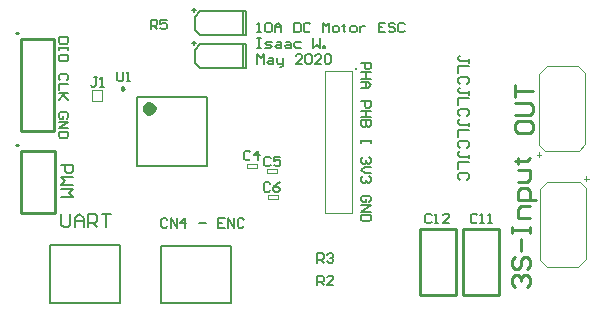
<source format=gto>
G04*
G04 #@! TF.GenerationSoftware,Altium Limited,Altium Designer,20.1.7 (139)*
G04*
G04 Layer_Color=65535*
%FSLAX25Y25*%
%MOIN*%
G70*
G04*
G04 #@! TF.SameCoordinates,395A0049-4C10-4893-9831-33377791372B*
G04*
G04*
G04 #@! TF.FilePolarity,Positive*
G04*
G01*
G75*
%ADD10C,0.01000*%
%ADD11C,0.02362*%
%ADD12C,0.00984*%
%ADD13C,0.01000*%
%ADD14C,0.00394*%
%ADD15C,0.00787*%
%ADD16C,0.00197*%
%ADD17C,0.00591*%
%ADD18C,0.00600*%
%ADD19C,0.00700*%
D10*
X103150Y153543D02*
X102362D01*
X103150D01*
X103201Y190823D02*
X102413D01*
X103201D01*
X103937Y133071D02*
Y151575D01*
Y130709D02*
Y133071D01*
Y130709D02*
X115354D01*
Y151575D01*
X103937D02*
X115354D01*
X256230Y103469D02*
X263480D01*
Y125469D01*
X251480D02*
X263480D01*
X251480Y103469D02*
Y125469D01*
Y103469D02*
X256230D01*
X241959D02*
X249209D01*
Y125469D01*
X237209D02*
X249209D01*
X237209Y103469D02*
Y125469D01*
Y103469D02*
X241959D01*
X103988Y188854D02*
X115012D01*
Y158146D02*
Y188854D01*
X103988Y158146D02*
X115012D01*
X103988D02*
Y158933D01*
Y188854D01*
X268851Y106164D02*
X267852Y107164D01*
Y109163D01*
X268851Y110163D01*
X269851D01*
X270851Y109163D01*
Y108164D01*
Y109163D01*
X271850Y110163D01*
X272850D01*
X273850Y109163D01*
Y107164D01*
X272850Y106164D01*
X268851Y116161D02*
X267852Y115162D01*
Y113162D01*
X268851Y112162D01*
X269851D01*
X270851Y113162D01*
Y115162D01*
X271850Y116161D01*
X272850D01*
X273850Y115162D01*
Y113162D01*
X272850Y112162D01*
X270851Y118161D02*
Y122159D01*
X267852Y124159D02*
Y126158D01*
Y125158D01*
X273850D01*
Y124159D01*
Y126158D01*
Y129157D02*
X269851D01*
Y132156D01*
X270851Y133156D01*
X273850D01*
X275849Y135155D02*
X269851D01*
Y138154D01*
X270851Y139154D01*
X272850D01*
X273850Y138154D01*
Y135155D01*
X269851Y141153D02*
X272850D01*
X273850Y142153D01*
Y145152D01*
X269851D01*
X268851Y148151D02*
X269851D01*
Y147151D01*
Y149151D01*
Y148151D01*
X272850D01*
X273850Y149151D01*
X268647Y160494D02*
Y158494D01*
X269646Y157495D01*
X273645D01*
X274645Y158494D01*
Y160494D01*
X273645Y161493D01*
X269646D01*
X268647Y160494D01*
Y163493D02*
X273645D01*
X274645Y164492D01*
Y166492D01*
X273645Y167491D01*
X268647D01*
Y169491D02*
Y173489D01*
Y171490D01*
X274645D01*
D11*
X148004Y165677D02*
X147559Y166601D01*
X146560Y166829D01*
X145759Y166190D01*
Y165165D01*
X146560Y164526D01*
X147559Y164754D01*
X148004Y165677D01*
D12*
X138555Y172272D02*
X137817Y172698D01*
Y171845D01*
X138555Y172272D01*
D13*
X215766Y178888D02*
D03*
D14*
X127756Y168279D02*
X131056D01*
X127756D02*
Y171879D01*
X131056Y168279D02*
Y171879D01*
X127756D02*
X131056D01*
X276646Y153492D02*
X278646Y151492D01*
X289946D02*
X292146Y153692D01*
X278646Y151492D02*
X289946D01*
X292146Y153692D02*
Y177492D01*
X289846Y179792D02*
X292146Y177492D01*
X286251Y179792D02*
X289846D01*
X276646Y153492D02*
Y177092D01*
X279346Y179792D01*
X286251D01*
X276646Y149492D02*
Y151092D01*
X275946Y150292D02*
X277346D01*
X290547Y141028D02*
X292547Y139028D01*
X277047Y138828D02*
X279247Y141028D01*
X290547D01*
X277047Y115028D02*
Y138828D01*
Y115028D02*
X279347Y112728D01*
X282942D01*
X292547Y115428D02*
Y139028D01*
X289847Y112728D02*
X292547Y115428D01*
X282942Y112728D02*
X289847D01*
X292547Y141428D02*
Y143028D01*
X291847Y142228D02*
X293247D01*
X205242Y178188D02*
X214442D01*
X205242Y130689D02*
Y178188D01*
Y130689D02*
X214442D01*
Y178188D01*
D15*
X142886Y146386D02*
X166114D01*
X142886Y169614D02*
X166114D01*
Y146386D02*
Y169614D01*
X142886Y146386D02*
Y169614D01*
X150765Y119887D02*
X174065D01*
X150765Y100687D02*
Y119887D01*
Y100687D02*
X174065D01*
Y119887D01*
X113774Y120079D02*
X137074D01*
X113774Y100879D02*
Y120079D01*
Y100879D02*
X137074D01*
Y120079D01*
D16*
X189692Y135322D02*
Y136922D01*
X186292D02*
X189692D01*
X186292Y135322D02*
Y136922D01*
Y135322D02*
X189692D01*
X182802Y145657D02*
Y147257D01*
X179402D02*
X182802D01*
X179402Y145657D02*
Y147257D01*
Y145657D02*
X182802D01*
X189495Y143983D02*
Y145583D01*
X186095D02*
X189495D01*
X186095Y143983D02*
Y145583D01*
Y143983D02*
X189495D01*
D17*
X162008Y191929D02*
X163779Y190157D01*
X162008Y191929D02*
Y194095D01*
Y196260D02*
X163779Y198031D01*
X162008Y194095D02*
Y196260D01*
X178937Y190157D02*
Y198031D01*
X178150Y190157D02*
Y198031D01*
X163779D02*
X178937D01*
X163779Y190157D02*
X178937D01*
X161811Y197835D02*
Y199016D01*
X161221Y198425D02*
X162402D01*
X162008Y180905D02*
X163779Y179134D01*
X162008Y180905D02*
Y183071D01*
Y185236D02*
X163779Y187008D01*
X162008Y183071D02*
Y185236D01*
X178937Y179134D02*
Y187008D01*
X178150Y179134D02*
Y187008D01*
X163779D02*
X178937D01*
X163779Y179134D02*
X178937D01*
X161811Y186811D02*
Y187992D01*
X161221Y187402D02*
X162402D01*
X253247Y180906D02*
Y182087D01*
Y181497D01*
X250295D01*
X249705Y182087D01*
Y182677D01*
X250295Y183268D01*
X253247Y179726D02*
X249705D01*
Y177364D01*
X252657Y173822D02*
X253247Y174412D01*
Y175593D01*
X252657Y176183D01*
X250295D01*
X249705Y175593D01*
Y174412D01*
X250295Y173822D01*
X253247Y170280D02*
Y171460D01*
Y170870D01*
X250295D01*
X249705Y171460D01*
Y172051D01*
X250295Y172641D01*
X253247Y169099D02*
X249705D01*
Y166738D01*
X252657Y163196D02*
X253247Y163786D01*
Y164967D01*
X252657Y165557D01*
X250295D01*
X249705Y164967D01*
Y163786D01*
X250295Y163196D01*
X253247Y159653D02*
Y160834D01*
Y160244D01*
X250295D01*
X249705Y160834D01*
Y161424D01*
X250295Y162015D01*
X253247Y158473D02*
X249705D01*
Y156111D01*
X252657Y152569D02*
X253247Y153159D01*
Y154340D01*
X252657Y154930D01*
X250295D01*
X249705Y154340D01*
Y153159D01*
X250295Y152569D01*
X253247Y149027D02*
Y150207D01*
Y149617D01*
X250295D01*
X249705Y150207D01*
Y150798D01*
X250295Y151388D01*
X253247Y147846D02*
X249705D01*
Y145485D01*
X252657Y141943D02*
X253247Y142533D01*
Y143714D01*
X252657Y144304D01*
X250295D01*
X249705Y143714D01*
Y142533D01*
X250295Y141943D01*
D18*
X182884Y191062D02*
X183950D01*
X183417D01*
Y194261D01*
X182884Y193728D01*
X185549D02*
X186082Y194261D01*
X187149D01*
X187682Y193728D01*
Y191596D01*
X187149Y191062D01*
X186082D01*
X185549Y191596D01*
Y193728D01*
X188748Y191062D02*
Y193195D01*
X189815Y194261D01*
X190881Y193195D01*
Y191062D01*
Y192662D01*
X188748D01*
X195146Y194261D02*
Y191062D01*
X196746D01*
X197279Y191596D01*
Y193728D01*
X196746Y194261D01*
X195146D01*
X200478Y193728D02*
X199945Y194261D01*
X198878D01*
X198345Y193728D01*
Y191596D01*
X198878Y191062D01*
X199945D01*
X200478Y191596D01*
X204743Y191062D02*
Y194261D01*
X205809Y193195D01*
X206876Y194261D01*
Y191062D01*
X208475D02*
X209542D01*
X210075Y191596D01*
Y192662D01*
X209542Y193195D01*
X208475D01*
X207942Y192662D01*
Y191596D01*
X208475Y191062D01*
X211674Y193728D02*
Y193195D01*
X211141D01*
X212207D01*
X211674D01*
Y191596D01*
X212207Y191062D01*
X214340D02*
X215406D01*
X215939Y191596D01*
Y192662D01*
X215406Y193195D01*
X214340D01*
X213807Y192662D01*
Y191596D01*
X214340Y191062D01*
X217006Y193195D02*
Y191062D01*
Y192129D01*
X217539Y192662D01*
X218072Y193195D01*
X218605D01*
X225536Y194261D02*
X223404D01*
Y191062D01*
X225536D01*
X223404Y192662D02*
X224470D01*
X228735Y193728D02*
X228202Y194261D01*
X227136D01*
X226603Y193728D01*
Y193195D01*
X227136Y192662D01*
X228202D01*
X228735Y192129D01*
Y191596D01*
X228202Y191062D01*
X227136D01*
X226603Y191596D01*
X231934Y193728D02*
X231401Y194261D01*
X230335D01*
X229802Y193728D01*
Y191596D01*
X230335Y191062D01*
X231401D01*
X231934Y191596D01*
X182884Y188983D02*
X183950D01*
X183417D01*
Y185784D01*
X182884D01*
X183950D01*
X185549D02*
X187149D01*
X187682Y186317D01*
X187149Y186850D01*
X186082D01*
X185549Y187383D01*
X186082Y187916D01*
X187682D01*
X189281D02*
X190348D01*
X190881Y187383D01*
Y185784D01*
X189281D01*
X188748Y186317D01*
X189281Y186850D01*
X190881D01*
X192480Y187916D02*
X193547D01*
X194080Y187383D01*
Y185784D01*
X192480D01*
X191947Y186317D01*
X192480Y186850D01*
X194080D01*
X197279Y187916D02*
X195679D01*
X195146Y187383D01*
Y186317D01*
X195679Y185784D01*
X197279D01*
X201544Y188983D02*
Y185784D01*
X202610Y186850D01*
X203677Y185784D01*
Y188983D01*
X204743Y185784D02*
Y186317D01*
X205276D01*
Y185784D01*
X204743D01*
X182884Y180505D02*
Y183704D01*
X183950Y182638D01*
X185016Y183704D01*
Y180505D01*
X186616Y182638D02*
X187682D01*
X188215Y182104D01*
Y180505D01*
X186616D01*
X186082Y181038D01*
X186616Y181571D01*
X188215D01*
X189281Y182638D02*
Y181038D01*
X189815Y180505D01*
X191414D01*
Y179972D01*
X190881Y179439D01*
X190348D01*
X191414Y180505D02*
Y182638D01*
X197812Y180505D02*
X195679D01*
X197812Y182638D01*
Y183171D01*
X197279Y183704D01*
X196212D01*
X195679Y183171D01*
X198878D02*
X199411Y183704D01*
X200478D01*
X201011Y183171D01*
Y181038D01*
X200478Y180505D01*
X199411D01*
X198878Y181038D01*
Y183171D01*
X204210Y180505D02*
X202077D01*
X204210Y182638D01*
Y183171D01*
X203677Y183704D01*
X202610D01*
X202077Y183171D01*
X205276D02*
X205809Y183704D01*
X206876D01*
X207409Y183171D01*
Y181038D01*
X206876Y180505D01*
X205809D01*
X205276Y181038D01*
Y183171D01*
X217529Y180896D02*
X220728D01*
Y179297D01*
X220195Y178763D01*
X219129D01*
X218595Y179297D01*
Y180896D01*
X220728Y177697D02*
X217529D01*
X219129D01*
Y175565D01*
X220728D01*
X217529D01*
Y174498D02*
X219662D01*
X220728Y173432D01*
X219662Y172365D01*
X217529D01*
X219129D01*
Y174498D01*
X217529Y168100D02*
X220728D01*
Y166501D01*
X220195Y165968D01*
X219129D01*
X218595Y166501D01*
Y168100D01*
X220728Y164901D02*
X217529D01*
X219129D01*
Y162769D01*
X220728D01*
X217529D01*
X220728Y161702D02*
X217529D01*
Y160103D01*
X218062Y159570D01*
X218595D01*
X219129Y160103D01*
Y161702D01*
Y160103D01*
X219662Y159570D01*
X220195D01*
X220728Y160103D01*
Y161702D01*
Y155304D02*
Y154238D01*
Y154771D01*
X217529D01*
Y155304D01*
Y154238D01*
X220195Y149440D02*
X220728Y148906D01*
Y147840D01*
X220195Y147307D01*
X219662D01*
X219129Y147840D01*
Y148373D01*
Y147840D01*
X218595Y147307D01*
X218062D01*
X217529Y147840D01*
Y148906D01*
X218062Y149440D01*
X220728Y146241D02*
X218595D01*
X217529Y145174D01*
X218595Y144108D01*
X220728D01*
X220195Y143042D02*
X220728Y142508D01*
Y141442D01*
X220195Y140909D01*
X219662D01*
X219129Y141442D01*
Y141975D01*
Y141442D01*
X218595Y140909D01*
X218062D01*
X217529Y141442D01*
Y142508D01*
X218062Y143042D01*
X220195Y134511D02*
X220728Y135044D01*
Y136110D01*
X220195Y136644D01*
X218062D01*
X217529Y136110D01*
Y135044D01*
X218062Y134511D01*
X219129D01*
Y135577D01*
X217529Y133445D02*
X220728D01*
X217529Y131312D01*
X220728D01*
Y130246D02*
X217529D01*
Y128646D01*
X218062Y128113D01*
X220195D01*
X220728Y128646D01*
Y130246D01*
X119799Y189400D02*
X116600D01*
Y187801D01*
X117133Y187267D01*
X119266D01*
X119799Y187801D01*
Y189400D01*
Y186201D02*
Y185135D01*
Y185668D01*
X116600D01*
Y186201D01*
Y185135D01*
X119799Y181936D02*
Y183002D01*
X119266Y183535D01*
X117133D01*
X116600Y183002D01*
Y181936D01*
X117133Y181403D01*
X119266D01*
X119799Y181936D01*
X119266Y175005D02*
X119799Y175538D01*
Y176604D01*
X119266Y177137D01*
X117133D01*
X116600Y176604D01*
Y175538D01*
X117133Y175005D01*
X119799Y173938D02*
X116600D01*
Y171806D01*
X119799Y170739D02*
X116600D01*
X117666D01*
X119799Y168607D01*
X118200Y170206D01*
X116600Y168607D01*
X119266Y162209D02*
X119799Y162742D01*
Y163808D01*
X119266Y164341D01*
X117133D01*
X116600Y163808D01*
Y162742D01*
X117133Y162209D01*
X118200D01*
Y163275D01*
X116600Y161142D02*
X119799D01*
X116600Y159010D01*
X119799D01*
Y157943D02*
X116600D01*
Y156344D01*
X117133Y155811D01*
X119266D01*
X119799Y156344D01*
Y157943D01*
X180569Y151066D02*
X180036Y151600D01*
X178970D01*
X178437Y151066D01*
Y148934D01*
X178970Y148400D01*
X180036D01*
X180569Y148934D01*
X183235Y148400D02*
Y151600D01*
X181635Y150000D01*
X183768D01*
X136056Y177977D02*
Y175312D01*
X136590Y174778D01*
X137656D01*
X138189Y175312D01*
Y177977D01*
X139255Y174778D02*
X140322D01*
X139788D01*
Y177977D01*
X139255Y177444D01*
X147334Y192101D02*
Y195300D01*
X148934D01*
X149467Y194767D01*
Y193701D01*
X148934Y193168D01*
X147334D01*
X148400D02*
X149467Y192101D01*
X152666Y195300D02*
X150533D01*
Y193701D01*
X151600Y194234D01*
X152133D01*
X152666Y193701D01*
Y192634D01*
X152133Y192101D01*
X151066D01*
X150533Y192634D01*
X202846Y114149D02*
Y117348D01*
X204446D01*
X204979Y116814D01*
Y115748D01*
X204446Y115215D01*
X202846D01*
X203912D02*
X204979Y114149D01*
X206045Y116814D02*
X206578Y117348D01*
X207645D01*
X208178Y116814D01*
Y116281D01*
X207645Y115748D01*
X207111D01*
X207645D01*
X208178Y115215D01*
Y114682D01*
X207645Y114149D01*
X206578D01*
X206045Y114682D01*
X202846Y106668D02*
Y109867D01*
X204446D01*
X204979Y109334D01*
Y108268D01*
X204446Y107735D01*
X202846D01*
X203912D02*
X204979Y106668D01*
X208178D02*
X206045D01*
X208178Y108801D01*
Y109334D01*
X207645Y109867D01*
X206578D01*
X206045Y109334D01*
X129481Y176009D02*
X128415D01*
X128948D01*
Y173343D01*
X128415Y172810D01*
X127882D01*
X127348Y173343D01*
X130547Y172810D02*
X131614D01*
X131081D01*
Y176009D01*
X130547Y175476D01*
X152837Y128625D02*
X152304Y129158D01*
X151238D01*
X150705Y128625D01*
Y126493D01*
X151238Y125960D01*
X152304D01*
X152837Y126493D01*
X153904Y125960D02*
Y129158D01*
X156036Y125960D01*
Y129158D01*
X158702Y125960D02*
Y129158D01*
X157103Y127559D01*
X159235D01*
X163501D02*
X165633D01*
X172031Y129158D02*
X169899D01*
Y125960D01*
X172031D01*
X169899Y127559D02*
X170965D01*
X173098Y125960D02*
Y129158D01*
X175230Y125960D01*
Y129158D01*
X178429Y128625D02*
X177896Y129158D01*
X176830D01*
X176296Y128625D01*
Y126493D01*
X176830Y125960D01*
X177896D01*
X178429Y126493D01*
X240949Y130102D02*
X240416Y130635D01*
X239349D01*
X238816Y130102D01*
Y127969D01*
X239349Y127436D01*
X240416D01*
X240949Y127969D01*
X242015Y127436D02*
X243082D01*
X242548D01*
Y130635D01*
X242015Y130102D01*
X246814Y127436D02*
X244681D01*
X246814Y129569D01*
Y130102D01*
X246281Y130635D01*
X245214D01*
X244681Y130102D01*
X256147D02*
X255614Y130635D01*
X254548D01*
X254015Y130102D01*
Y127969D01*
X254548Y127436D01*
X255614D01*
X256147Y127969D01*
X257214Y127436D02*
X258280D01*
X257747D01*
Y130635D01*
X257214Y130102D01*
X259879Y127436D02*
X260946D01*
X260413D01*
Y130635D01*
X259879Y130102D01*
X187164Y140535D02*
X186630Y141068D01*
X185564D01*
X185031Y140535D01*
Y138402D01*
X185564Y137869D01*
X186630D01*
X187164Y138402D01*
X190363Y141068D02*
X189296Y140535D01*
X188230Y139469D01*
Y138402D01*
X188763Y137869D01*
X189830D01*
X190363Y138402D01*
Y138935D01*
X189830Y139469D01*
X188230D01*
X187361Y149098D02*
X186827Y149631D01*
X185761D01*
X185228Y149098D01*
Y146965D01*
X185761Y146432D01*
X186827D01*
X187361Y146965D01*
X190559Y149631D02*
X188427D01*
Y148031D01*
X189493Y148565D01*
X190026D01*
X190559Y148031D01*
Y146965D01*
X190026Y146432D01*
X188960D01*
X188427Y146965D01*
D19*
X117292Y146670D02*
X121291D01*
Y144671D01*
X120624Y144004D01*
X119291D01*
X118625Y144671D01*
Y146670D01*
X121291Y142672D02*
X117292D01*
X118625Y141339D01*
X117292Y140006D01*
X121291D01*
X117292Y138673D02*
X121291D01*
X119958Y137340D01*
X121291Y136007D01*
X117292D01*
X117527Y130528D02*
Y126779D01*
X118276Y126030D01*
X119776D01*
X120526Y126779D01*
Y130528D01*
X122025Y126030D02*
Y129028D01*
X123525Y130528D01*
X125024Y129028D01*
Y126030D01*
Y128279D01*
X122025D01*
X126524Y126030D02*
Y130528D01*
X128773D01*
X129523Y129778D01*
Y128279D01*
X128773Y127529D01*
X126524D01*
X128023D02*
X129523Y126030D01*
X131022Y130528D02*
X134021D01*
X132522D01*
Y126030D01*
M02*

</source>
